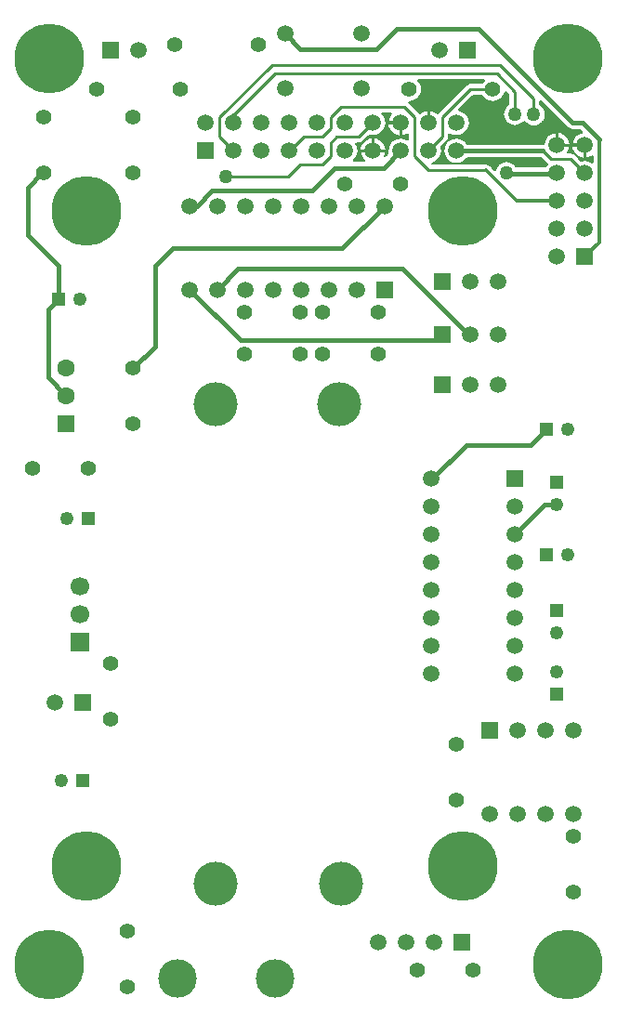
<source format=gtl>
%FSDAX24Y24*%
%MOIN*%
%SFA1B1*%

%IPPOS*%
%ADD10C,0.012000*%
%ADD11C,0.010000*%
%ADD12C,0.015000*%
%ADD13C,0.059100*%
%ADD14R,0.059100X0.059100*%
%ADD15C,0.055100*%
%ADD16C,0.049200*%
%ADD17R,0.049200X0.049200*%
%ADD18R,0.059100X0.059100*%
%ADD19C,0.059100*%
%ADD20R,0.049200X0.049200*%
%ADD21C,0.066900*%
%ADD22R,0.066900X0.066900*%
%ADD23R,0.059100X0.059100*%
%ADD24C,0.250000*%
%ADD25R,0.059100X0.059100*%
%ADD26C,0.137800*%
%ADD27C,0.157500*%
%ADD28R,0.063000X0.063000*%
%ADD29C,0.063000*%
%ADD30C,0.050000*%
%ADD36C,0.005000*%
%LNboardr2-1*%
%LPD*%
G54D36*
X066861Y085422D02*
Y085070D01*
X066787Y085012*
X066719Y084924*
X066675Y084820*
X066661Y084710*
X066675Y084599*
X066719Y084495*
X066787Y084407*
X066875Y084339*
X066979Y084295*
X067090Y084281*
X067200Y084295*
X067304Y084339*
X067392Y084407*
X067413Y084433*
X067438*
X067467Y084397*
X067555Y084329*
X067659Y084285*
X067770Y084271*
X067880Y084285*
X067984Y084329*
X068072Y084397*
X068140Y084485*
X068184Y084589*
X068198Y084700*
X068184Y084810*
X068140Y084914*
X068072Y085002*
X067999Y085060*
Y085179*
X068014Y085185*
X068972Y084228*
X069052Y084174*
X069147Y084156*
X069420*
X069498Y084078*
X069492Y084060*
X069477Y084058*
X069362Y084010*
X069264Y083935*
X069189Y083837*
X069141Y083722*
X069128Y083625*
X069575*
Y083575*
X069625*
Y083128*
X069722Y083141*
X069837Y083189*
X069864Y083209*
X069881Y083201*
Y082998*
X069864Y082990*
X069837Y083010*
X069722Y083058*
X069600Y083074*
X069477Y083058*
X069468Y083054*
X069254Y083268*
X069182Y083316*
X069097Y083334*
X069009*
X069001Y083350*
X069010Y083362*
X069058Y083477*
X069071Y083575*
X068625*
Y083625*
X068575*
Y084071*
X068477Y084058*
X068362Y084010*
X068264Y083935*
X068189Y083837*
X068141Y083722*
X068134Y083669*
X068111Y083652*
X068102Y083654*
X065397*
X065335Y083735*
X065237Y083810*
X065122Y083858*
X065000Y083874*
X064877Y083858*
X064762Y083810*
X064664Y083735*
X064589Y083637*
X064541Y083522*
X064525Y083400*
X064541Y083277*
X064589Y083162*
X064664Y083064*
X064762Y082989*
X064877Y082941*
X065000Y082925*
X065122Y082941*
X065237Y082989*
X065335Y083064*
X065397Y083146*
X068030*
X068234Y082942*
X068239Y082938*
X068244Y082909*
X068188Y082836*
X068190Y082844*
X067138*
X067092Y082902*
X067004Y082970*
X066900Y083014*
X066790Y083028*
X066679Y083014*
X066575Y082970*
X066487Y082902*
X066419Y082814*
X066381Y082724*
X066360Y082717*
X066210Y082866*
X066135Y082917*
X066044Y082935*
X065989Y082925*
X064122*
X064108Y082944*
X064107Y082939*
X064122Y082941*
X064237Y082989*
X064335Y083064*
X064410Y083162*
X064458Y083277*
X064474Y083400*
X064458Y083522*
X064454Y083531*
X064668Y083745*
X064716Y083817*
X064734Y083902*
Y083990*
X064750Y083998*
X064762Y083989*
X064877Y083941*
X065000Y083925*
X065122Y083941*
X065237Y083989*
X065335Y084064*
X065410Y084162*
X065458Y084277*
X065474Y084400*
X065458Y084522*
X065410Y084637*
X065335Y084735*
X065237Y084810*
X065122Y084858*
X065107Y084860*
X065101Y084878*
X065594Y085371*
X065906*
X065905Y085372*
X065978Y085278*
X066072Y085206*
X066182Y085160*
X066300Y085145*
X066417Y085160*
X066527Y085206*
X066621Y085278*
X066693Y085372*
X066739Y085482*
X066743Y085516*
X066761Y085522*
X066861Y085422*
X066350Y082740D02*
X066380D01*
X066300Y082790D02*
X066410D01*
X066250Y082840D02*
X066440D01*
X067150D02*
X068180D01*
X066200Y082890D02*
X066480D01*
X067110D02*
X068220D01*
X064130Y082940D02*
X064870D01*
X065130D02*
X066540D01*
X067050D02*
X068220D01*
X064250Y082990D02*
X064750D01*
X065250D02*
X066620D01*
X066960D02*
X068180D01*
X064330Y083040D02*
X064680D01*
X065330D02*
X068130D01*
X069780D02*
X069880D01*
X064380Y083090D02*
X064630D01*
X065370D02*
X068080D01*
X069440D02*
X069880D01*
X064410Y083140D02*
X064600D01*
X065410D02*
X068030D01*
X069390D02*
X069610D01*
X069730D02*
X069880D01*
X064440Y083190D02*
X064570D01*
X069340D02*
X069610D01*
X069850D02*
X069880D01*
X064460Y083240D02*
X064550D01*
X069290D02*
X069610D01*
X064480Y083290D02*
X064530D01*
X069240D02*
X069610D01*
X064480Y083340D02*
X064530D01*
X069020D02*
X069610D01*
X064480Y083390D02*
X064530D01*
X069040D02*
X069610D01*
X064480Y083440D02*
X064530D01*
X069060D02*
X069610D01*
X064480Y083490D02*
X064530D01*
X069080D02*
X069610D01*
X064470Y083540D02*
X064540D01*
X069080D02*
X069610D01*
X064520Y083590D02*
X064560D01*
X068630D02*
X069560D01*
X064570Y083640D02*
X064580D01*
X068580D02*
X069130D01*
X064620Y083690D02*
D01*
X065390D02*
X068130D01*
X068580D02*
X069130D01*
X065350Y083740D02*
X068140D01*
X068580D02*
X069140D01*
X064710Y083790D02*
X064730D01*
X065280D02*
X068160D01*
X068580D02*
X069160D01*
X064740Y083840D02*
X064830D01*
X065180D02*
X068180D01*
X068580D02*
X069180D01*
X064740Y083890D02*
X068220D01*
X068580D02*
X069220D01*
X064740Y083940D02*
X064870D01*
X065130D02*
X068250D01*
X068580D02*
X069250D01*
X064740Y083990D02*
X064750D01*
X065250D02*
X068330D01*
X068580D02*
X069330D01*
X065330Y084040D02*
X068430D01*
X068580D02*
X069430D01*
X065380Y084090D02*
X069480D01*
X065410Y084140D02*
X069430D01*
X065440Y084190D02*
X069020D01*
X065460Y084240D02*
X068950D01*
X065480Y084290D02*
X067030D01*
X067160D02*
X067650D01*
X067890D02*
X068900D01*
X065480Y084340D02*
X066870D01*
X067310D02*
X067540D01*
X068010D02*
X068850D01*
X065480Y084390D02*
X066810D01*
X067380D02*
X067480D01*
X068070D02*
X068800D01*
X065480Y084440D02*
X066760D01*
X068120D02*
X068750D01*
X065480Y084490D02*
X066720D01*
X068150D02*
X068700D01*
X065470Y084540D02*
X066700D01*
X068170D02*
X068650D01*
X065450Y084590D02*
X066680D01*
X068190D02*
X068600D01*
X065420Y084640D02*
X066670D01*
X068200D02*
X068550D01*
X065390Y084690D02*
X066660D01*
X068210D02*
X068500D01*
X065350Y084740D02*
X066660D01*
X068210D02*
X068450D01*
X065280Y084790D02*
X066670D01*
X068200D02*
X068400D01*
X065180Y084840D02*
X066680D01*
X068180D02*
X068350D01*
X065120Y084890D02*
X066700D01*
X068160D02*
X068300D01*
X065170Y084940D02*
X066730D01*
X068130D02*
X068250D01*
X065220Y084990D02*
X066770D01*
X068090D02*
X068200D01*
X065270Y085040D02*
X066820D01*
X068040D02*
X068150D01*
X065320Y085090D02*
X066850D01*
X068010D02*
X068100D01*
X065370Y085140D02*
X066850D01*
X068010D02*
X068050D01*
X065420Y085190D02*
X066110D01*
X066500D02*
X066850D01*
X065470Y085240D02*
X066030D01*
X066580D02*
X066850D01*
X065520Y085290D02*
X065970D01*
X066640D02*
X066850D01*
X065570Y085340D02*
X065930D01*
X066680D02*
X066850D01*
X066710Y085390D02*
X066850D01*
X066740Y085440D02*
X066830D01*
X066750Y085490D02*
X066780D01*
X062653Y084731D02*
X062665Y084737D01*
X062589Y084637*
X062541Y084522*
X062528Y084425*
X062975*
Y084375*
X063025*
Y083928*
X063122Y083941*
X063237Y083989*
X063249Y083998*
X063266Y083990*
Y083809*
X063249Y083801*
X063237Y083810*
X063122Y083858*
X063000Y083874*
X062877Y083858*
X062762Y083810*
X062664Y083735*
X062589Y083637*
X062541Y083522*
X062525Y083400*
X062538Y083298*
X062432Y083192*
X062424Y083197*
X062458Y083277*
X062471Y083375*
X061528*
X061541Y083277*
X061589Y083162*
X061664Y083064*
X061692Y083042*
X061687Y083029*
X061312*
X061307Y083042*
X061335Y083064*
X061410Y083162*
X061458Y083277*
X061474Y083400*
X061458Y083522*
X061410Y083637*
X061401Y083649*
X061409Y083666*
X061488*
X061573Y083683*
X061645Y083731*
X061862Y083947*
X061877Y083941*
X062000Y083925*
X062122Y083941*
X062237Y083989*
X062335Y084064*
X062410Y084162*
X062458Y084277*
X062474Y084400*
X062458Y084522*
X062410Y084637*
X062334Y084737*
X062346Y084731*
X062349Y084741*
X062650*
X062653Y084731*
X061340Y083050D02*
X061670D01*
X061380Y083100D02*
X061630D01*
X061420Y083150D02*
X061590D01*
X061440Y083200D02*
X061570D01*
X062430D02*
D01*
X061460Y083250D02*
X061550D01*
X062460D02*
X062480D01*
X061480Y083300D02*
X061530D01*
X062480D02*
X062530D01*
X061480Y083350D02*
X061530D01*
X062480D02*
X062530D01*
X061480Y083400D02*
X062520D01*
X061480Y083450D02*
X062530D01*
X061480Y083500D02*
X062530D01*
X061460Y083550D02*
X062550D01*
X061440Y083600D02*
X062570D01*
X061410Y083650D02*
X062590D01*
X061620Y083700D02*
X062630D01*
X061680Y083750D02*
X062670D01*
X061730Y083800D02*
X062740D01*
X061780Y083850D02*
X062850D01*
X063160D02*
X063270D01*
X061830Y083900D02*
X063270D01*
X062160Y083950D02*
X063010D01*
X063160D02*
X063270D01*
X062270Y084000D02*
X063010D01*
X062340Y084050D02*
X063010D01*
X062380Y084100D02*
X063010D01*
X062420Y084150D02*
X063010D01*
X062440Y084200D02*
X063010D01*
X062460Y084250D02*
X063010D01*
X062480Y084300D02*
X063010D01*
X062480Y084350D02*
X063010D01*
X062480Y084400D02*
X062960D01*
X062480Y084450D02*
X062530D01*
X062480Y084500D02*
X062530D01*
X062460Y084550D02*
X062550D01*
X062440Y084600D02*
X062570D01*
X062420Y084650D02*
X062590D01*
X062380Y084700D02*
X062630D01*
X065973Y085918D02*
X065978Y085922D01*
X065905Y085827*
X065906Y085829*
X065497*
X065412Y085811*
X065339Y085763*
X064342Y084765*
X064338Y084760*
X064309Y084755*
X064237Y084810*
X064122Y084858*
X064025Y084871*
Y084425*
X063975*
Y084871*
X063877Y084858*
X063762Y084810*
X063690Y084755*
X063661Y084760*
X063657Y084765*
X063291Y085133*
X063285Y085137*
X063288Y085147*
X063300Y085145*
X063417Y085160*
X063527Y085206*
X063621Y085278*
X063693Y085372*
X063739Y085482*
X063754Y085600*
X063739Y085717*
X063693Y085827*
X063621Y085922*
X063626Y085918*
X063630Y085931*
X065969*
X065973Y085918*
X063980Y084440D02*
X064010D01*
X063980Y084490D02*
X064010D01*
X063980Y084540D02*
X064010D01*
X063980Y084590D02*
X064010D01*
X063980Y084640D02*
X064010D01*
X063980Y084690D02*
X064010D01*
X063980Y084740D02*
X064010D01*
X063650Y084790D02*
X063730D01*
X063980D02*
X064010D01*
X064280D02*
X064360D01*
X063600Y084840D02*
X063830D01*
X063980D02*
X064010D01*
X064180D02*
X064410D01*
X063550Y084890D02*
X064460D01*
X063500Y084940D02*
X064510D01*
X063450Y084990D02*
X064560D01*
X063400Y085040D02*
X064610D01*
X063350Y085090D02*
X064660D01*
X063300Y085140D02*
X064710D01*
X063500Y085190D02*
X064760D01*
X063580Y085240D02*
X064810D01*
X063640Y085290D02*
X064860D01*
X063680Y085340D02*
X064910D01*
X063710Y085390D02*
X064960D01*
X063740Y085440D02*
X065010D01*
X063760Y085490D02*
X065060D01*
X063760Y085540D02*
X065110D01*
X063760Y085590D02*
X065160D01*
X063760Y085640D02*
X065210D01*
X063760Y085690D02*
X065260D01*
X063750Y085740D02*
X065310D01*
X063720Y085790D02*
X065380D01*
X063700Y085840D02*
X065910D01*
X063660Y085890D02*
X065950D01*
%LNboardr2-2*%
%LPC*%
G36*
X050650Y064043D02*
Y063650D01*
X051043*
X051034Y063716*
X050989Y063825*
X050918Y063918*
X050825Y063989*
X050716Y064034*
X050650Y064043*
G37*
G36*
X068600Y065093D02*
X068497Y065080D01*
X068400Y065040*
X068318Y064976*
X068254Y064893*
X068214Y064797*
X068201Y064694*
X068214Y064590*
X068254Y064494*
X068318Y064411*
X068398Y064350*
X068382Y064304*
X068381Y064302*
X068204*
Y063956*
X068996*
Y064302*
X068819*
X068818Y064304*
X068802Y064350*
X068882Y064411*
X068946Y064494*
X068986Y064590*
X069000Y064694*
X068986Y064797*
X068946Y064893*
X068882Y064976*
X068800Y065040*
X068703Y065080*
X068600Y065093*
G37*
G36*
X050550Y064043D02*
X050484Y064034D01*
X050375Y063989*
X050282Y063918*
X050211Y063825*
X050166Y063716*
X050157Y063650*
X050550*
Y064043*
G37*
G36*
X068550Y063856D02*
X068204D01*
Y063510*
X068550*
Y063856*
G37*
G36*
X068996D02*
X068650D01*
Y063510*
X068996*
Y063856*
G37*
G36*
X053023Y064950D02*
X052650D01*
Y064577*
X052711Y064585*
X052815Y064628*
X052904Y064696*
X052972Y064785*
X053015Y064889*
X053023Y064950*
G37*
G36*
X052550Y065423D02*
X052489Y065415D01*
X052385Y065372*
X052296Y065304*
X052228Y065215*
X052185Y065111*
X052177Y065050*
X052550*
Y065423*
G37*
G36*
Y064950D02*
X052177D01*
X052185Y064889*
X052228Y064785*
X052296Y064696*
X052385Y064628*
X052489Y064585*
X052550Y064577*
Y064950*
G37*
G36*
X064097Y065081D02*
X063981Y065065D01*
X063872Y065020*
X063779Y064949*
X063708Y064856*
X063663Y064748*
X063648Y064632*
X063663Y064515*
X063708Y064407*
X063779Y064314*
X063872Y064243*
X063981Y064198*
X064097Y064182*
X064213Y064198*
X064321Y064243*
X064414Y064314*
X064486Y064407*
X064531Y064515*
X064546Y064632*
X064531Y064748*
X064486Y064856*
X064414Y064949*
X064321Y065020*
X064213Y065065*
X064097Y065081*
G37*
G36*
X067097D02*
X066981Y065065D01*
X066872Y065020*
X066779Y064949*
X066708Y064856*
X066663Y064748*
X066648Y064632*
X066663Y064515*
X066708Y064407*
X066779Y064314*
X066872Y064243*
X066981Y064198*
X067097Y064182*
X067213Y064198*
X067321Y064243*
X067414Y064314*
X067486Y064407*
X067531Y064515*
X067546Y064632*
X067531Y064748*
X067486Y064856*
X067414Y064949*
X067321Y065020*
X067213Y065065*
X067097Y065081*
G37*
G36*
X067150Y063043D02*
X067084Y063034D01*
X066975Y062989*
X066882Y062918*
X066811Y062825*
X066766Y062716*
X066757Y062650*
X067150*
Y063043*
G37*
G36*
X069150D02*
X069084Y063034D01*
X068975Y062989*
X068882Y062918*
X068811Y062825*
X068766Y062716*
X068757Y062650*
X069150*
Y063043*
G37*
G36*
X068250D02*
Y062650D01*
X068643*
X068634Y062716*
X068589Y062825*
X068518Y062918*
X068425Y062989*
X068316Y063034*
X068250Y063043*
G37*
G36*
X067250D02*
Y062650D01*
X067643*
X067634Y062716*
X067589Y062825*
X067518Y062918*
X067425Y062989*
X067316Y063034*
X067250Y063043*
G37*
G36*
X068150D02*
X068084Y063034D01*
X067975Y062989*
X067882Y062918*
X067811Y062825*
X067766Y062716*
X067757Y062650*
X068150*
Y063043*
G37*
G36*
X069250D02*
Y062650D01*
X069643*
X069634Y062716*
X069589Y062825*
X069518Y062918*
X069425Y062989*
X069316Y063034*
X069250Y063043*
G37*
G36*
X050550Y063550D02*
X050157D01*
X050166Y063484*
X050211Y063375*
X050282Y063282*
X050375Y063211*
X050484Y063166*
X050550Y063157*
Y063550*
G37*
G36*
X051043D02*
X050650D01*
Y063157*
X050716Y063166*
X050825Y063211*
X050918Y063282*
X050989Y063375*
X051034Y063484*
X051043Y063550*
G37*
G36*
X069643Y062550D02*
X069250D01*
Y062157*
X069316Y062166*
X069425Y062211*
X069518Y062282*
X069589Y062375*
X069634Y062484*
X069643Y062550*
G37*
G36*
X052045Y064045D02*
X051155D01*
Y063155*
X052045*
Y064045*
G37*
G36*
X052600Y063429D02*
X052489Y063415D01*
X052385Y063372*
X052296Y063304*
X052228Y063215*
X052185Y063111*
X052171Y063000*
X052185Y062889*
X052228Y062785*
X052296Y062696*
X052385Y062628*
X052489Y062585*
X052600Y062571*
X052711Y062585*
X052815Y062628*
X052904Y062696*
X052972Y062785*
X053015Y062889*
X053029Y063000*
X053015Y063111*
X052972Y063215*
X052904Y063304*
X052815Y063372*
X052711Y063415*
X052600Y063429*
G37*
G36*
X069044Y069293D02*
Y068950D01*
X069387*
X069380Y069003*
X069340Y069100*
X069276Y069182*
X069193Y069246*
X069097Y069286*
X069044Y069293*
G37*
G36*
X064097Y070081D02*
X063981Y070065D01*
X063872Y070020*
X063779Y069949*
X063708Y069856*
X063663Y069748*
X063648Y069632*
X063663Y069515*
X063708Y069407*
X063779Y069314*
X063872Y069243*
X063981Y069198*
X064097Y069182*
X064213Y069198*
X064321Y069243*
X064414Y069314*
X064486Y069407*
X064531Y069515*
X064546Y069632*
X064531Y069748*
X064486Y069856*
X064414Y069949*
X064321Y070020*
X064213Y070065*
X064097Y070081*
G37*
G36*
X069387Y068850D02*
X069044D01*
Y068507*
X069097Y068514*
X069193Y068554*
X069276Y068618*
X069340Y068700*
X069380Y068797*
X069387Y068850*
G37*
G36*
X067097Y069081D02*
X066981Y069065D01*
X066872Y069020*
X066779Y068949*
X066708Y068856*
X066663Y068748*
X066648Y068632*
X066663Y068515*
X066708Y068407*
X066779Y068314*
X066872Y068243*
X066981Y068198*
X067097Y068182*
X067213Y068198*
X067321Y068243*
X067414Y068314*
X067486Y068407*
X067531Y068515*
X067546Y068632*
X067531Y068748*
X067486Y068856*
X067414Y068949*
X067321Y069020*
X067213Y069065*
X067097Y069081*
G37*
G36*
X068602Y069296D02*
X067810D01*
Y068504*
X068602*
Y068681*
X068604Y068682*
X068650Y068698*
X068711Y068618*
X068794Y068554*
X068890Y068514*
X068944Y068507*
Y068900*
Y069293*
X068890Y069286*
X068794Y069246*
X068711Y069182*
X068650Y069102*
X068604Y069118*
X068602Y069119*
Y069296*
G37*
G36*
X050956Y070593D02*
X050903Y070586D01*
X050807Y070546*
X050724Y070482*
X050660Y070400*
X050620Y070303*
X050613Y070250*
X050956*
Y070593*
G37*
G36*
X068996Y071890D02*
X068204D01*
Y071098*
X068381*
X068382Y071096*
X068398Y071050*
X068318Y070989*
X068277Y070936*
X068172*
X068084Y070918*
X068009Y070869*
X067533Y070392*
X067491Y070419*
X067531Y070515*
X067546Y070631*
X067531Y070748*
X067486Y070856*
X067414Y070949*
X067321Y071020*
X067213Y071065*
X067097Y071081*
X066981Y071065*
X066872Y071020*
X066779Y070949*
X066708Y070856*
X066663Y070748*
X066648Y070631*
X066663Y070515*
X066708Y070407*
X066779Y070314*
X066872Y070243*
X066981Y070198*
X067097Y070182*
X067213Y070198*
X067309Y070237*
X067337Y070196*
X067207Y070066*
X067097Y070081*
X066981Y070065*
X066872Y070020*
X066779Y069949*
X066708Y069856*
X066663Y069748*
X066648Y069632*
X066663Y069515*
X066708Y069407*
X066779Y069314*
X066872Y069243*
X066981Y069198*
X067097Y069182*
X067213Y069198*
X067321Y069243*
X067414Y069314*
X067486Y069407*
X067531Y069515*
X067546Y069632*
X067531Y069742*
X068246Y070456*
X068295Y070453*
X068318Y070424*
X068400Y070360*
X068497Y070320*
X068600Y070307*
X068703Y070320*
X068800Y070360*
X068882Y070424*
X068946Y070507*
X068986Y070603*
X069000Y070706*
X068986Y070810*
X068946Y070906*
X068882Y070989*
X068800Y071052*
X068714Y071088*
X068703Y071092*
X068704Y071098*
X068996*
Y071890*
G37*
G36*
X064539Y070581D02*
X064147D01*
Y070189*
X064213Y070198*
X064321Y070243*
X064414Y070314*
X064486Y070407*
X064531Y070515*
X064539Y070581*
G37*
G36*
X050956Y070150D02*
X050613D01*
X050620Y070097*
X050660Y070000*
X050724Y069918*
X050807Y069854*
X050903Y069814*
X050956Y069807*
Y070150*
G37*
G36*
X064047Y070581D02*
X063654D01*
X063663Y070515*
X063708Y070407*
X063779Y070314*
X063872Y070243*
X063981Y070198*
X064047Y070189*
Y070581*
G37*
G36*
X064097Y069081D02*
X063981Y069065D01*
X063872Y069020*
X063779Y068949*
X063708Y068856*
X063663Y068748*
X063648Y068632*
X063663Y068515*
X063708Y068407*
X063779Y068314*
X063872Y068243*
X063981Y068198*
X064097Y068182*
X064213Y068198*
X064321Y068243*
X064414Y068314*
X064486Y068407*
X064531Y068515*
X064546Y068632*
X064531Y068748*
X064486Y068856*
X064414Y068949*
X064321Y069020*
X064213Y069065*
X064097Y069081*
G37*
G36*
X051982Y066725D02*
X051018D01*
X051028Y066648*
X051077Y066530*
X051154Y066429*
X051256Y066351*
X051359Y066308*
X051350Y066259*
X051015*
Y065290*
X051985*
Y066259*
X051650*
X051641Y066308*
X051744Y066351*
X051846Y066429*
X051923Y066530*
X051972Y066648*
X051982Y066725*
G37*
G36*
X068996Y067290D02*
X068204D01*
Y066498*
X068381*
X068382Y066496*
X068398Y066450*
X068318Y066389*
X068254Y066306*
X068214Y066210*
X068201Y066106*
X068214Y066003*
X068254Y065907*
X068318Y065824*
X068400Y065760*
X068497Y065720*
X068600Y065707*
X068703Y065720*
X068800Y065760*
X068882Y065824*
X068946Y065907*
X068986Y066003*
X069000Y066106*
X068986Y066210*
X068946Y066306*
X068882Y066389*
X068800Y066452*
X068714Y066488*
X068703Y066492*
X068704Y066498*
X068996*
Y067290*
G37*
G36*
X067097Y066081D02*
X066981Y066065D01*
X066872Y066020*
X066779Y065949*
X066708Y065856*
X066663Y065748*
X066648Y065631*
X066663Y065515*
X066708Y065407*
X066779Y065314*
X066872Y065243*
X066981Y065198*
X067097Y065182*
X067213Y065198*
X067321Y065243*
X067414Y065314*
X067486Y065407*
X067531Y065515*
X067546Y065631*
X067531Y065748*
X067486Y065856*
X067414Y065949*
X067321Y066020*
X067213Y066065*
X067097Y066081*
G37*
G36*
X052650Y065423D02*
Y065050D01*
X053023*
X053015Y065111*
X052972Y065215*
X052904Y065304*
X052815Y065372*
X052711Y065415*
X052650Y065423*
G37*
G36*
X064097Y066081D02*
X063981Y066065D01*
X063872Y066020*
X063779Y065949*
X063708Y065856*
X063663Y065748*
X063648Y065631*
X063663Y065515*
X063708Y065407*
X063779Y065314*
X063872Y065243*
X063981Y065198*
X064097Y065182*
X064213Y065198*
X064321Y065243*
X064414Y065314*
X064486Y065407*
X064531Y065515*
X064546Y065631*
X064531Y065748*
X064486Y065856*
X064414Y065949*
X064321Y066020*
X064213Y066065*
X064097Y066081*
G37*
G36*
Y068081D02*
X063981Y068065D01*
X063872Y068020*
X063779Y067949*
X063708Y067856*
X063663Y067748*
X063648Y067632*
X063663Y067515*
X063708Y067407*
X063779Y067314*
X063872Y067243*
X063981Y067198*
X064097Y067182*
X064213Y067198*
X064321Y067243*
X064414Y067314*
X064486Y067407*
X064531Y067515*
X064546Y067632*
X064531Y067748*
X064486Y067856*
X064414Y067949*
X064321Y068020*
X064213Y068065*
X064097Y068081*
G37*
G36*
X067097D02*
X066981Y068065D01*
X066872Y068020*
X066779Y067949*
X066708Y067856*
X066663Y067748*
X066648Y067632*
X066663Y067515*
X066708Y067407*
X066779Y067314*
X066872Y067243*
X066981Y067198*
X067097Y067182*
X067213Y067198*
X067321Y067243*
X067414Y067314*
X067486Y067407*
X067531Y067515*
X067546Y067632*
X067531Y067748*
X067486Y067856*
X067414Y067949*
X067321Y068020*
X067213Y068065*
X067097Y068081*
G37*
G36*
X051500Y068264D02*
X051373Y068247D01*
X051256Y068198*
X051154Y068120*
X051077Y068019*
X051028Y067901*
X051011Y067775*
X051028Y067648*
X051077Y067530*
X051154Y067429*
X051256Y067351*
X051373Y067303*
X051395Y067300*
Y067250*
X051373Y067247*
X051256Y067198*
X051154Y067120*
X051077Y067019*
X051028Y066901*
X051018Y066825*
X051982*
X051972Y066901*
X051923Y067019*
X051846Y067120*
X051744Y067198*
X051627Y067247*
X051605Y067250*
Y067300*
X051627Y067303*
X051744Y067351*
X051846Y067429*
X051923Y067530*
X051972Y067648*
X051989Y067775*
X051972Y067901*
X051923Y068019*
X051846Y068120*
X051744Y068198*
X051627Y068247*
X051500Y068264*
G37*
G36*
X064097Y067081D02*
X063981Y067065D01*
X063872Y067020*
X063779Y066949*
X063708Y066856*
X063663Y066748*
X063648Y066631*
X063663Y066515*
X063708Y066407*
X063779Y066314*
X063872Y066243*
X063981Y066198*
X064097Y066182*
X064213Y066198*
X064321Y066243*
X064414Y066314*
X064486Y066407*
X064531Y066515*
X064546Y066631*
X064531Y066748*
X064486Y066856*
X064414Y066949*
X064321Y067020*
X064213Y067065*
X064097Y067081*
G37*
G36*
X067097D02*
X066981Y067065D01*
X066872Y067020*
X066779Y066949*
X066708Y066856*
X066663Y066748*
X066648Y066631*
X066663Y066515*
X066708Y066407*
X066779Y066314*
X066872Y066243*
X066981Y066198*
X067097Y066182*
X067213Y066198*
X067321Y066243*
X067414Y066314*
X067486Y066407*
X067531Y066515*
X067546Y066631*
X067531Y066748*
X067486Y066856*
X067414Y066949*
X067321Y067020*
X067213Y067065*
X067097Y067081*
G37*
G36*
X064250Y055443D02*
Y055050D01*
X064643*
X064634Y055116*
X064589Y055225*
X064518Y055318*
X064425Y055389*
X064316Y055434*
X064250Y055443*
G37*
G36*
X056350Y058042D02*
X056166Y058024D01*
X055990Y057970*
X055827Y057883*
X055684Y057766*
X055567Y057623*
X055480Y057460*
X055426Y057284*
X055408Y057100*
X055426Y056916*
X055480Y056740*
X055567Y056577*
X055684Y056434*
X055827Y056317*
X055990Y056230*
X056166Y056176*
X056350Y056158*
X056534Y056176*
X056710Y056230*
X056873Y056317*
X057016Y056434*
X057133Y056577*
X057220Y056740*
X057274Y056916*
X057292Y057100*
X057274Y057284*
X057220Y057460*
X057133Y057623*
X057016Y057766*
X056873Y057883*
X056710Y057970*
X056534Y058024*
X056350Y058042*
G37*
G36*
X064150Y055443D02*
X064084Y055434D01*
X063975Y055389*
X063882Y055318*
X063811Y055225*
X063766Y055116*
X063757Y055050*
X064150*
Y055443*
G37*
G36*
X064643Y054950D02*
X064250D01*
Y054557*
X064316Y054566*
X064425Y054611*
X064518Y054682*
X064589Y054775*
X064634Y054884*
X064643Y054950*
G37*
G36*
X053200Y055829D02*
X053089Y055815D01*
X052985Y055772*
X052896Y055704*
X052828Y055615*
X052785Y055511*
X052771Y055400*
X052785Y055289*
X052828Y055185*
X052896Y055096*
X052985Y055028*
X053089Y054985*
X053200Y054971*
X053311Y054985*
X053415Y055028*
X053504Y055096*
X053572Y055185*
X053615Y055289*
X053629Y055400*
X053615Y055511*
X053572Y055615*
X053504Y055704*
X053415Y055772*
X053311Y055815*
X053200Y055829*
G37*
G36*
X069200Y057229D02*
X069089Y057215D01*
X068985Y057172*
X068896Y057104*
X068828Y057015*
X068785Y056911*
X068771Y056800*
X068785Y056689*
X068828Y056585*
X068896Y056496*
X068985Y056428*
X069089Y056385*
X069200Y056371*
X069311Y056385*
X069415Y056428*
X069504Y056496*
X069572Y056585*
X069615Y056689*
X069629Y056800*
X069615Y056911*
X069572Y057015*
X069504Y057104*
X069415Y057172*
X069311Y057215*
X069200Y057229*
G37*
G36*
X069150Y058750D02*
X068777D01*
X068785Y058689*
X068828Y058585*
X068896Y058496*
X068985Y058428*
X069089Y058385*
X069150Y058377*
Y058750*
G37*
G36*
X065234Y059140D02*
X065014Y059123D01*
X064800Y059071*
X064596Y058987*
X064408Y058872*
X064241Y058729*
X064098Y058561*
X063983Y058373*
X063898Y058170*
X063847Y057956*
X063830Y057736*
X063847Y057516*
X063898Y057302*
X063983Y057098*
X064098Y056910*
X064241Y056743*
X064408Y056600*
X064596Y056485*
X064800Y056400*
X065014Y056349*
X065234Y056331*
X065454Y056349*
X065668Y056400*
X065871Y056485*
X066059Y056600*
X066227Y056743*
X066370Y056910*
X066485Y057098*
X066569Y057302*
X066621Y057516*
X066638Y057736*
X066621Y057956*
X066569Y058170*
X066485Y058373*
X066370Y058561*
X066227Y058729*
X066059Y058872*
X065871Y058987*
X065668Y059071*
X065454Y059123*
X065234Y059140*
G37*
G36*
X060850Y058042D02*
X060666Y058024D01*
X060490Y057970*
X060327Y057883*
X060184Y057766*
X060067Y057623*
X059980Y057460*
X059926Y057284*
X059908Y057100*
X059926Y056916*
X059980Y056740*
X060067Y056577*
X060184Y056434*
X060327Y056317*
X060490Y056230*
X060666Y056176*
X060850Y056158*
X061034Y056176*
X061210Y056230*
X061373Y056317*
X061516Y056434*
X061633Y056577*
X061720Y056740*
X061774Y056916*
X061792Y057100*
X061774Y057284*
X061720Y057460*
X061633Y057623*
X061516Y057766*
X061373Y057883*
X061210Y057970*
X061034Y058024*
X060850Y058042*
G37*
G36*
X051734Y059140D02*
X051514Y059123D01*
X051300Y059071*
X051096Y058987*
X050908Y058872*
X050741Y058729*
X050598Y058561*
X050483Y058373*
X050398Y058170*
X050347Y057956*
X050330Y057736*
X050347Y057516*
X050398Y057302*
X050483Y057098*
X050598Y056910*
X050741Y056743*
X050908Y056600*
X051096Y056485*
X051300Y056400*
X051514Y056349*
X051734Y056331*
X051954Y056349*
X052168Y056400*
X052371Y056485*
X052559Y056600*
X052727Y056743*
X052870Y056910*
X052985Y057098*
X053069Y057302*
X053121Y057516*
X053138Y057736*
X053121Y057956*
X053069Y058170*
X052985Y058373*
X052870Y058561*
X052727Y058729*
X052559Y058872*
X052371Y058987*
X052168Y059071*
X051954Y059123*
X051734Y059140*
G37*
G36*
X064150Y054950D02*
X063757D01*
X063766Y054884*
X063811Y054775*
X063882Y054682*
X063975Y054611*
X064084Y054566*
X064150Y054557*
Y054950*
G37*
G36*
X063550Y053950D02*
X063177D01*
X063185Y053889*
X063228Y053785*
X063296Y053696*
X063385Y053628*
X063489Y053585*
X063550Y053577*
Y053950*
G37*
G36*
X064023D02*
X063650D01*
Y053577*
X063711Y053585*
X063815Y053628*
X063904Y053696*
X063972Y053785*
X064015Y053889*
X064023Y053950*
G37*
G36*
X065600Y054429D02*
X065489Y054415D01*
X065385Y054372*
X065296Y054304*
X065228Y054215*
X065185Y054111*
X065171Y054000*
X065185Y053889*
X065228Y053785*
X065296Y053696*
X065385Y053628*
X065489Y053585*
X065600Y053571*
X065711Y053585*
X065815Y053628*
X065904Y053696*
X065972Y053785*
X066015Y053889*
X066029Y054000*
X066015Y054111*
X065972Y054215*
X065904Y054304*
X065815Y054372*
X065711Y054415*
X065600Y054429*
G37*
G36*
X053150Y053823D02*
X053089Y053815D01*
X052985Y053772*
X052896Y053704*
X052828Y053615*
X052785Y053511*
X052777Y053450*
X053150*
Y053823*
G37*
G36*
X053250D02*
Y053450D01*
X053623*
X053615Y053511*
X053572Y053615*
X053504Y053704*
X053415Y053772*
X053311Y053815*
X053250Y053823*
G37*
G36*
X063200Y055449D02*
X063084Y055434D01*
X062975Y055389*
X062882Y055318*
X062811Y055225*
X062766Y055116*
X062751Y055000*
X062766Y054884*
X062811Y054775*
X062882Y054682*
X062975Y054611*
X063084Y054566*
X063200Y054551*
X063316Y054566*
X063425Y054611*
X063518Y054682*
X063589Y054775*
X063634Y054884*
X063649Y055000*
X063634Y055116*
X063589Y055225*
X063518Y055318*
X063425Y055389*
X063316Y055434*
X063200Y055449*
G37*
G36*
X065645Y055445D02*
X064755D01*
Y054555*
X065645*
Y055445*
G37*
G36*
X062200Y055449D02*
X062084Y055434D01*
X061975Y055389*
X061882Y055318*
X061811Y055225*
X061766Y055116*
X061751Y055000*
X061766Y054884*
X061811Y054775*
X061882Y054682*
X061975Y054611*
X062084Y054566*
X062200Y054551*
X062316Y054566*
X062425Y054611*
X062518Y054682*
X062589Y054775*
X062634Y054884*
X062649Y055000*
X062634Y055116*
X062589Y055225*
X062518Y055318*
X062425Y055389*
X062316Y055434*
X062200Y055449*
G37*
G36*
X063550Y054423D02*
X063489Y054415D01*
X063385Y054372*
X063296Y054304*
X063228Y054215*
X063185Y054111*
X063177Y054050*
X063550*
Y054423*
G37*
G36*
X063650D02*
Y054050D01*
X064023*
X064015Y054111*
X063972Y054215*
X063904Y054304*
X063815Y054372*
X063711Y054415*
X063650Y054423*
G37*
G36*
X065050Y062523D02*
Y062150D01*
X065423*
X065415Y062211*
X065372Y062315*
X065304Y062404*
X065215Y062472*
X065111Y062515*
X065050Y062523*
G37*
G36*
X066645Y063045D02*
X065755D01*
Y062155*
X066645*
Y063045*
G37*
G36*
X064950Y062523D02*
X064889Y062515D01*
X064785Y062472*
X064696Y062404*
X064628Y062315*
X064585Y062211*
X064577Y062150*
X064950*
Y062523*
G37*
G36*
Y062050D02*
X064577D01*
X064585Y061989*
X064628Y061885*
X064696Y061796*
X064785Y061728*
X064889Y061685*
X064950Y061677*
Y062050*
G37*
G36*
X065423D02*
X065050D01*
Y061677*
X065111Y061685*
X065215Y061728*
X065304Y061796*
X065372Y061885*
X065415Y061989*
X065423Y062050*
G37*
G36*
X068643Y062550D02*
X068250D01*
Y062157*
X068316Y062166*
X068425Y062211*
X068518Y062282*
X068589Y062375*
X068634Y062484*
X068643Y062550*
G37*
G36*
X069150D02*
X068757D01*
X068766Y062484*
X068811Y062375*
X068882Y062282*
X068975Y062211*
X069084Y062166*
X069150Y062157*
Y062550*
G37*
G36*
X068150D02*
X067757D01*
X067766Y062484*
X067811Y062375*
X067882Y062282*
X067975Y062211*
X068084Y062166*
X068150Y062157*
Y062550*
G37*
G36*
X067150D02*
X066757D01*
X066766Y062484*
X066811Y062375*
X066882Y062282*
X066975Y062211*
X067084Y062166*
X067150Y062157*
Y062550*
G37*
G36*
X067643D02*
X067250D01*
Y062157*
X067316Y062166*
X067425Y062211*
X067518Y062282*
X067589Y062375*
X067634Y062484*
X067643Y062550*
G37*
G36*
X051990Y061196D02*
X051198D01*
Y061019*
X051196Y061018*
X051150Y061002*
X051089Y061082*
X051006Y061146*
X050910Y061186*
X050856Y061193*
Y060800*
Y060407*
X050910Y060414*
X051006Y060454*
X051089Y060518*
X051150Y060598*
X051196Y060582*
X051198Y060581*
Y060404*
X051990*
Y061196*
G37*
G36*
X067200Y060049D02*
X067084Y060034D01*
X066975Y059989*
X066882Y059918*
X066811Y059825*
X066766Y059716*
X066751Y059600*
X066766Y059484*
X066811Y059375*
X066882Y059282*
X066975Y059211*
X067084Y059166*
X067200Y059151*
X067316Y059166*
X067425Y059211*
X067518Y059282*
X067589Y059375*
X067634Y059484*
X067649Y059600*
X067634Y059716*
X067589Y059825*
X067518Y059918*
X067425Y059989*
X067316Y060034*
X067200Y060049*
G37*
G36*
X068200D02*
X068084Y060034D01*
X067975Y059989*
X067882Y059918*
X067811Y059825*
X067766Y059716*
X067751Y059600*
X067766Y059484*
X067811Y059375*
X067882Y059282*
X067975Y059211*
X068084Y059166*
X068200Y059151*
X068316Y059166*
X068425Y059211*
X068518Y059282*
X068589Y059375*
X068634Y059484*
X068649Y059600*
X068634Y059716*
X068589Y059825*
X068518Y059918*
X068425Y059989*
X068316Y060034*
X068200Y060049*
G37*
G36*
X066200D02*
X066084Y060034D01*
X065975Y059989*
X065882Y059918*
X065811Y059825*
X065766Y059716*
X065751Y059600*
X065766Y059484*
X065811Y059375*
X065882Y059282*
X065975Y059211*
X066084Y059166*
X066200Y059151*
X066316Y059166*
X066425Y059211*
X066518Y059282*
X066589Y059375*
X066634Y059484*
X066649Y059600*
X066634Y059716*
X066589Y059825*
X066518Y059918*
X066425Y059989*
X066316Y060034*
X066200Y060049*
G37*
G36*
X069623Y058750D02*
X069250D01*
Y058377*
X069311Y058385*
X069415Y058428*
X069504Y058496*
X069572Y058585*
X069615Y058689*
X069623Y058750*
G37*
G36*
X069643Y059550D02*
X068757D01*
X068766Y059484*
X068811Y059375*
X068882Y059282*
X068973Y059213*
Y059206*
X068947Y059142*
X068896Y059104*
X068828Y059015*
X068785Y058911*
X068777Y058850*
X069623*
X069615Y058911*
X069572Y059015*
X069504Y059104*
X069415Y059172*
Y059207*
X069425Y059211*
X069518Y059282*
X069589Y059375*
X069634Y059484*
X069643Y059550*
G37*
G36*
X050756Y060750D02*
X050413D01*
X050420Y060697*
X050460Y060600*
X050524Y060518*
X050607Y060454*
X050703Y060414*
X050756Y060407*
Y060750*
G37*
G36*
Y061193D02*
X050703Y061186D01*
X050607Y061146*
X050524Y061082*
X050460Y061000*
X050420Y060903*
X050413Y060850*
X050756*
Y061193*
G37*
G36*
X065000Y060529D02*
X064889Y060515D01*
X064785Y060472*
X064696Y060404*
X064628Y060315*
X064585Y060211*
X064571Y060100*
X064585Y059989*
X064628Y059885*
X064696Y059796*
X064785Y059728*
X064889Y059685*
X065000Y059671*
X065111Y059685*
X065215Y059728*
X065304Y059796*
X065372Y059885*
X065415Y059989*
X065429Y060100*
X065415Y060211*
X065372Y060315*
X065304Y060404*
X065215Y060472*
X065111Y060515*
X065000Y060529*
G37*
G36*
X069150Y060043D02*
X069084Y060034D01*
X068975Y059989*
X068882Y059918*
X068811Y059825*
X068766Y059716*
X068757Y059650*
X069150*
Y060043*
G37*
G36*
X069250D02*
Y059650D01*
X069643*
X069634Y059716*
X069589Y059825*
X069518Y059918*
X069425Y059989*
X069316Y060034*
X069250Y060043*
G37*
G36*
X058000Y083849D02*
X057884Y083834D01*
X057775Y083789*
X057682Y083718*
X057611Y083625*
X057566Y083516*
X057551Y083400*
X057566Y083284*
X057611Y083175*
X057682Y083082*
X057775Y083011*
X057884Y082966*
X058000Y082951*
X058116Y082966*
X058225Y083011*
X058318Y083082*
X058389Y083175*
X058434Y083284*
X058449Y083400*
X058434Y083516*
X058389Y083625*
X058318Y083718*
X058225Y083789*
X058116Y083834*
X058000Y083849*
G37*
G36*
X069550Y083550D02*
X069157D01*
X069166Y083484*
X069211Y083375*
X069282Y083282*
X069375Y083211*
X069484Y083166*
X069550Y083157*
Y083550*
G37*
G36*
X053400Y083029D02*
X053289Y083015D01*
X053185Y082972*
X053096Y082904*
X053028Y082815*
X052985Y082711*
X052971Y082600*
X052985Y082489*
X053028Y082385*
X053096Y082296*
X053185Y082228*
X053289Y082185*
X053400Y082171*
X053511Y082185*
X053615Y082228*
X053704Y082296*
X053772Y082385*
X053815Y082489*
X053829Y082600*
X053815Y082711*
X053772Y082815*
X053704Y082904*
X053615Y082972*
X053511Y083015*
X053400Y083029*
G37*
G36*
X060950Y082150D02*
X060577D01*
X060585Y082089*
X060628Y081985*
X060696Y081896*
X060785Y081828*
X060889Y081785*
X060950Y081777*
Y082150*
G37*
G36*
X050200Y083029D02*
X050089Y083015D01*
X049985Y082972*
X049896Y082904*
X049828Y082815*
X049785Y082711*
X049771Y082600*
X049775Y082569*
X049458Y082252*
X049408Y082178*
X049391Y082090*
Y080370*
X049408Y080282*
X049458Y080208*
X050477Y079189*
Y078471*
X050310*
Y078003*
X050178Y077871*
X050128Y077796*
X050111Y077709*
Y075260*
X050128Y075172*
X050178Y075098*
X050549Y074726*
X050547Y074721*
X050531Y074600*
X050547Y074479*
X050594Y074366*
X050668Y074268*
X050766Y074194*
X050879Y074147*
X051000Y074131*
X051121Y074147*
X051234Y074194*
X051332Y074268*
X051406Y074366*
X051453Y074479*
X051469Y074600*
X051453Y074721*
X051406Y074834*
X051332Y074932*
X051234Y075006*
X051121Y075053*
X051000Y075069*
X050879Y075053*
X050874Y075051*
X050796Y075128*
X050824Y075170*
X050879Y075147*
X051000Y075131*
X051121Y075147*
X051234Y075194*
X051332Y075268*
X051406Y075366*
X051453Y075479*
X051469Y075600*
X051453Y075721*
X051406Y075834*
X051332Y075932*
X051234Y076006*
X051121Y076053*
X051000Y076069*
X050879Y076053*
X050766Y076006*
X050668Y075932*
X050617Y075864*
X050569Y075880*
Y077613*
X050635Y077679*
X051102*
Y077856*
X051104Y077857*
X051150Y077872*
X051211Y077792*
X051294Y077729*
X051390Y077689*
X051444Y077682*
Y078075*
Y078468*
X051390Y078461*
X051294Y078421*
X051211Y078357*
X051150Y078277*
X051104Y078292*
X051102Y078293*
Y078471*
X050936*
Y079284*
X050918Y079371*
X050869Y079446*
X049849Y080465*
Y081995*
X050054Y082200*
X050089Y082185*
X050200Y082171*
X050311Y082185*
X050415Y082228*
X050504Y082296*
X050572Y082385*
X050615Y082489*
X050629Y082600*
X050615Y082711*
X050572Y082815*
X050504Y082904*
X050415Y082972*
X050311Y083015*
X050200Y083029*
G37*
G36*
X058000Y084849D02*
X057884Y084834D01*
X057775Y084789*
X057682Y084718*
X057611Y084625*
X057566Y084516*
X057551Y084400*
X057566Y084284*
X057611Y084175*
X057682Y084082*
X057775Y084011*
X057884Y083966*
X058000Y083951*
X058116Y083966*
X058225Y084011*
X058318Y084082*
X058389Y084175*
X058434Y084284*
X058449Y084400*
X058434Y084516*
X058389Y084625*
X058318Y084718*
X058225Y084789*
X058116Y084834*
X058000Y084849*
G37*
G36*
X059000D02*
X058884Y084834D01*
X058775Y084789*
X058682Y084718*
X058611Y084625*
X058566Y084516*
X058551Y084400*
X058566Y084284*
X058611Y084175*
X058682Y084082*
X058775Y084011*
X058884Y083966*
X059000Y083951*
X059116Y083966*
X059225Y084011*
X059318Y084082*
X059389Y084175*
X059434Y084284*
X059449Y084400*
X059434Y084516*
X059389Y084625*
X059318Y084718*
X059225Y084789*
X059116Y084834*
X059000Y084849*
G37*
G36*
X068650Y084043D02*
Y083650D01*
X069043*
X069034Y083716*
X068989Y083825*
X068918Y083918*
X068825Y083989*
X068716Y084034*
X068650Y084043*
G37*
G36*
X061950Y083843D02*
X061884Y083834D01*
X061775Y083789*
X061682Y083718*
X061611Y083625*
X061566Y083516*
X061557Y083450*
X061950*
Y083843*
G37*
G36*
X062050D02*
Y083450D01*
X062443*
X062434Y083516*
X062389Y083625*
X062318Y083718*
X062225Y083789*
X062116Y083834*
X062050Y083843*
G37*
G36*
X063000Y082629D02*
X062889Y082615D01*
X062785Y082572*
X062696Y082504*
X062628Y082415*
X062585Y082311*
X062571Y082200*
X062585Y082089*
X062628Y081985*
X062696Y081896*
X062785Y081828*
X062889Y081785*
X063000Y081771*
X063111Y081785*
X063215Y081828*
X063304Y081896*
X063372Y081985*
X063415Y082089*
X063429Y082200*
X063415Y082311*
X063372Y082415*
X063304Y082504*
X063215Y082572*
X063111Y082615*
X063000Y082629*
G37*
G36*
X069550Y080550D02*
X069157D01*
X069166Y080484*
X069211Y080375*
X069282Y080282*
X069375Y080211*
X069484Y080166*
X069550Y080157*
Y080550*
G37*
G36*
Y081043D02*
X069484Y081034D01*
X069375Y080989*
X069282Y080918*
X069211Y080825*
X069166Y080716*
X069157Y080650*
X069550*
Y081043*
G37*
G36*
X068600Y081049D02*
X068484Y081034D01*
X068375Y080989*
X068282Y080918*
X068211Y080825*
X068166Y080716*
X068151Y080600*
X068166Y080484*
X068211Y080375*
X068282Y080282*
X068375Y080211*
X068484Y080166*
X068600Y080151*
X068716Y080166*
X068825Y080211*
X068918Y080282*
X068989Y080375*
X069034Y080484*
X069049Y080600*
X069034Y080716*
X068989Y080825*
X068918Y080918*
X068825Y080989*
X068716Y081034*
X068600Y081049*
G37*
G36*
Y080049D02*
X068484Y080034D01*
X068375Y079989*
X068282Y079918*
X068211Y079825*
X068166Y079716*
X068151Y079600*
X068166Y079484*
X068211Y079375*
X068282Y079282*
X068375Y079211*
X068484Y079166*
X068600Y079151*
X068716Y079166*
X068825Y079211*
X068918Y079282*
X068989Y079375*
X069034Y079484*
X069049Y079600*
X069034Y079716*
X068989Y079825*
X068918Y079918*
X068825Y079989*
X068716Y080034*
X068600Y080049*
G37*
G36*
X051734Y082640D02*
X051514Y082623D01*
X051300Y082571*
X051096Y082487*
X050908Y082372*
X050741Y082229*
X050598Y082061*
X050483Y081873*
X050398Y081670*
X050347Y081456*
X050330Y081236*
X050347Y081016*
X050398Y080802*
X050483Y080598*
X050598Y080410*
X050741Y080243*
X050908Y080100*
X051096Y079985*
X051300Y079900*
X051514Y079849*
X051734Y079831*
X051954Y079849*
X052168Y079900*
X052371Y079985*
X052559Y080100*
X052727Y080243*
X052870Y080410*
X052985Y080598*
X053069Y080802*
X053121Y081016*
X053138Y081236*
X053121Y081456*
X053069Y081670*
X052985Y081873*
X052870Y082061*
X052727Y082229*
X052559Y082372*
X052371Y082487*
X052168Y082571*
X051954Y082623*
X051734Y082640*
G37*
G36*
X061423Y082150D02*
X061050D01*
Y081777*
X061080Y081781*
X061089Y081769*
X061107Y081738*
X061038Y081649*
X060993Y081541*
X060985Y081474*
X061377*
Y081867*
X061335Y081861*
X061310Y081905*
X061372Y081985*
X061415Y082089*
X061423Y082150*
G37*
G36*
X061477Y081867D02*
Y081474D01*
X061870*
X061861Y081541*
X061816Y081649*
X061745Y081742*
X061652Y081813*
X061543Y081858*
X061477Y081867*
G37*
G36*
X062427Y081874D02*
X062311Y081858D01*
X062203Y081813*
X062110Y081742*
X062038Y081649*
X061993Y081541*
X061978Y081424*
X061993Y081314*
X061863Y081185*
X061821Y081212*
X061861Y081308*
X061870Y081374*
X061477*
Y080982*
X061543Y080991*
X061639Y081030*
X061667Y080989*
X060808Y080129*
X054820*
X054732Y080112*
X054658Y080062*
X054028Y079432*
X053978Y079358*
X053961Y079270*
Y076485*
X053493Y076017*
X053400Y076029*
X053289Y076015*
X053185Y075972*
X053096Y075904*
X053028Y075815*
X052985Y075711*
X052971Y075600*
X052985Y075489*
X053028Y075385*
X053096Y075296*
X053185Y075228*
X053289Y075185*
X053400Y075171*
X053511Y075185*
X053615Y075228*
X053704Y075296*
X053772Y075385*
X053815Y075489*
X053829Y075600*
X053817Y075693*
X054352Y076228*
X054402Y076302*
X054419Y076390*
Y079175*
X054915Y079671*
X060903*
X060991Y079688*
X061065Y079738*
X062317Y080990*
X062427Y080975*
X062543Y080991*
X062652Y081035*
X062745Y081107*
X062816Y081200*
X062861Y081308*
X062876Y081424*
X062861Y081541*
X062816Y081649*
X062745Y081742*
X062652Y081813*
X062543Y081858*
X062427Y081874*
G37*
G36*
X060427D02*
X060311Y081858D01*
X060203Y081813*
X060110Y081742*
X060038Y081649*
X059993Y081541*
X059978Y081424*
X059993Y081308*
X060038Y081200*
X060110Y081107*
X060203Y081035*
X060311Y080991*
X060427Y080975*
X060543Y080991*
X060652Y081035*
X060745Y081107*
X060816Y081200*
X060861Y081308*
X060876Y081424*
X060861Y081541*
X060816Y081649*
X060745Y081742*
X060652Y081813*
X060543Y081858*
X060427Y081874*
G37*
G36*
X061377Y081374D02*
X060985D01*
X060993Y081308*
X061038Y081200*
X061110Y081107*
X061203Y081035*
X061311Y080991*
X061377Y080982*
Y081374*
G37*
G36*
X054043Y086950D02*
X053650D01*
Y086557*
X053716Y086566*
X053825Y086611*
X053918Y086682*
X053989Y086775*
X054034Y086884*
X054043Y086950*
G37*
G36*
X054900Y087629D02*
X054789Y087615D01*
X054685Y087572*
X054596Y087504*
X054528Y087415*
X054485Y087311*
X054471Y087200*
X054485Y087089*
X054528Y086985*
X054596Y086896*
X054685Y086828*
X054789Y086785*
X054900Y086771*
X055011Y086785*
X055115Y086828*
X055204Y086896*
X055272Y086985*
X055315Y087089*
X055329Y087200*
X055315Y087311*
X055272Y087415*
X055204Y087504*
X055115Y087572*
X055011Y087615*
X054900Y087629*
G37*
G36*
X053550Y086950D02*
X053157D01*
X053166Y086884*
X053211Y086775*
X053282Y086682*
X053375Y086611*
X053484Y086566*
X053550Y086557*
Y086950*
G37*
G36*
X055100Y086029D02*
X054989Y086015D01*
X054885Y085972*
X054796Y085904*
X054728Y085815*
X054685Y085711*
X054671Y085600*
X054685Y085489*
X054728Y085385*
X054796Y085296*
X054885Y085228*
X054989Y085185*
X055100Y085171*
X055211Y085185*
X055315Y085228*
X055404Y085296*
X055472Y085385*
X055515Y085489*
X055529Y085600*
X055515Y085711*
X055472Y085815*
X055404Y085904*
X055315Y085972*
X055211Y086015*
X055100Y086029*
G37*
G36*
X053045Y087445D02*
X052155D01*
Y086555*
X053045*
Y087445*
G37*
G36*
X064350Y087443D02*
X064284Y087434D01*
X064175Y087389*
X064082Y087318*
X064011Y087225*
X063966Y087116*
X063957Y087050*
X064350*
Y087443*
G37*
G36*
X064450D02*
Y087050D01*
X064843*
X064834Y087116*
X064789Y087225*
X064718Y087318*
X064625Y087389*
X064516Y087434*
X064450Y087443*
G37*
G36*
X053650D02*
Y087050D01*
X054043*
X054034Y087116*
X053989Y087225*
X053918Y087318*
X053825Y087389*
X053716Y087434*
X053650Y087443*
G37*
G36*
X057900Y087629D02*
X057789Y087615D01*
X057685Y087572*
X057596Y087504*
X057528Y087415*
X057485Y087311*
X057471Y087200*
X057485Y087089*
X057528Y086985*
X057596Y086896*
X057685Y086828*
X057789Y086785*
X057900Y086771*
X058011Y086785*
X058115Y086828*
X058204Y086896*
X058272Y086985*
X058315Y087089*
X058329Y087200*
X058315Y087311*
X058272Y087415*
X058204Y087504*
X058115Y087572*
X058011Y087615*
X057900Y087629*
G37*
G36*
X053550Y087443D02*
X053484Y087434D01*
X053375Y087389*
X053282Y087318*
X053211Y087225*
X053166Y087116*
X053157Y087050*
X053550*
Y087443*
G37*
G36*
X052100Y086029D02*
X051989Y086015D01*
X051885Y085972*
X051796Y085904*
X051728Y085815*
X051685Y085711*
X051671Y085600*
X051685Y085489*
X051728Y085385*
X051796Y085296*
X051885Y085228*
X051989Y085185*
X052100Y085171*
X052211Y085185*
X052315Y085228*
X052404Y085296*
X052472Y085385*
X052515Y085489*
X052529Y085600*
X052515Y085711*
X052472Y085815*
X052404Y085904*
X052315Y085972*
X052211Y086015*
X052100Y086029*
G37*
G36*
X053350Y084550D02*
X052977D01*
X052985Y084489*
X053028Y084385*
X053096Y084296*
X053185Y084228*
X053289Y084185*
X053350Y084177*
Y084550*
G37*
G36*
X053823D02*
X053450D01*
Y084177*
X053511Y084185*
X053615Y084228*
X053704Y084296*
X053772Y084385*
X053815Y084489*
X053823Y084550*
G37*
G36*
X050623D02*
X050250D01*
Y084177*
X050311Y084185*
X050415Y084228*
X050504Y084296*
X050572Y084385*
X050615Y084489*
X050623Y084550*
G37*
G36*
X062950Y084350D02*
X062557D01*
X062566Y084284*
X062611Y084175*
X062682Y084082*
X062775Y084011*
X062884Y083966*
X062950Y083957*
Y084350*
G37*
G36*
X050150Y084550D02*
X049777D01*
X049785Y084489*
X049828Y084385*
X049896Y084296*
X049985Y084228*
X050089Y084185*
X050150Y084177*
Y084550*
G37*
G36*
X053350Y085023D02*
X053289Y085015D01*
X053185Y084972*
X053096Y084904*
X053028Y084815*
X052985Y084711*
X052977Y084650*
X053350*
Y085023*
G37*
G36*
X053450D02*
Y084650D01*
X053823*
X053815Y084711*
X053772Y084815*
X053704Y084904*
X053615Y084972*
X053511Y085015*
X053450Y085023*
G37*
G36*
X050250D02*
Y084650D01*
X050623*
X050615Y084711*
X050572Y084815*
X050504Y084904*
X050415Y084972*
X050311Y085015*
X050250Y085023*
G37*
G36*
X059950Y084843D02*
X059884Y084834D01*
X059775Y084789*
X059682Y084718*
X059611Y084625*
X059566Y084516*
X059557Y084450*
X059950*
Y084843*
G37*
G36*
X050150Y085023D02*
X050089Y085015D01*
X049985Y084972*
X049896Y084904*
X049828Y084815*
X049785Y084711*
X049777Y084650*
X050150*
Y085023*
G37*
G36*
X053823Y073550D02*
X053450D01*
Y073177*
X053511Y073185*
X053615Y073228*
X053704Y073296*
X053772Y073385*
X053815Y073489*
X053823Y073550*
G37*
G36*
X056350Y075242D02*
X056166Y075224D01*
X055990Y075170*
X055827Y075083*
X055684Y074966*
X055567Y074823*
X055480Y074660*
X055426Y074484*
X055408Y074300*
X055426Y074116*
X055480Y073940*
X055567Y073777*
X055684Y073634*
X055827Y073517*
X055990Y073430*
X056166Y073376*
X056350Y073358*
X056534Y073376*
X056710Y073430*
X056873Y073517*
X057016Y073634*
X057133Y073777*
X057220Y073940*
X057274Y074116*
X057292Y074300*
X057274Y074484*
X057220Y074660*
X057133Y074823*
X057016Y074966*
X056873Y075083*
X056710Y075170*
X056534Y075224*
X056350Y075242*
G37*
G36*
X053350Y073550D02*
X052977D01*
X052985Y073489*
X053028Y073385*
X053096Y073296*
X053185Y073228*
X053289Y073185*
X053350Y073177*
Y073550*
G37*
G36*
X050950D02*
X050535D01*
Y073135*
X050950*
Y073550*
G37*
G36*
X051465D02*
X051050D01*
Y073135*
X051465*
Y073550*
G37*
G36*
Y074065D02*
X051050D01*
Y073650*
X051465*
Y074065*
G37*
G36*
X053350Y074023D02*
X053289Y074015D01*
X053185Y073972*
X053096Y073904*
X053028Y073815*
X052985Y073711*
X052977Y073650*
X053350*
Y074023*
G37*
G36*
X050950Y074065D02*
X050535D01*
Y073650*
X050950*
Y074065*
G37*
G36*
X060800Y075242D02*
X060616Y075224D01*
X060440Y075170*
X060277Y075083*
X060134Y074966*
X060017Y074823*
X059930Y074660*
X059876Y074484*
X059858Y074300*
X059876Y074116*
X059930Y073940*
X060017Y073777*
X060134Y073634*
X060277Y073517*
X060440Y073430*
X060616Y073376*
X060800Y073358*
X060984Y073376*
X061160Y073430*
X061323Y073517*
X061466Y073634*
X061583Y073777*
X061670Y073940*
X061724Y074116*
X061742Y074300*
X061724Y074484*
X061670Y074660*
X061583Y074823*
X061466Y074966*
X061323Y075083*
X061160Y075170*
X060984Y075224*
X060800Y075242*
G37*
G36*
X069044Y073793D02*
Y073450D01*
X069387*
X069380Y073503*
X069340Y073600*
X069276Y073682*
X069193Y073746*
X069097Y073786*
X069044Y073793*
G37*
G36*
X069387Y073350D02*
X069044D01*
Y073007*
X069097Y073014*
X069193Y073054*
X069276Y073118*
X069340Y073200*
X069380Y073297*
X069387Y073350*
G37*
G36*
X067542Y072077D02*
X066652D01*
Y071186*
X067542*
Y072077*
G37*
G36*
X049800Y072429D02*
X049689Y072415D01*
X049585Y072372*
X049496Y072304*
X049428Y072215*
X049385Y072111*
X049371Y072000*
X049385Y071889*
X049428Y071785*
X049496Y071696*
X049585Y071628*
X049689Y071585*
X049800Y071571*
X049911Y071585*
X050015Y071628*
X050104Y071696*
X050172Y071785*
X050215Y071889*
X050229Y072000*
X050215Y072111*
X050172Y072215*
X050104Y072304*
X050015Y072372*
X049911Y072415*
X049800Y072429*
G37*
G36*
X064147Y071074D02*
Y070682D01*
X064539*
X064531Y070748*
X064486Y070856*
X064414Y070949*
X064321Y071020*
X064213Y071065*
X064147Y071074*
G37*
G36*
X052190Y070596D02*
X051398D01*
Y070419*
X051396Y070418*
X051350Y070402*
X051289Y070482*
X051206Y070546*
X051110Y070586*
X051056Y070593*
Y070200*
Y069807*
X051110Y069814*
X051206Y069854*
X051289Y069918*
X051350Y069998*
X051396Y069982*
X051398Y069981*
Y069804*
X052190*
Y070596*
G37*
G36*
X064047Y071074D02*
X063981Y071065D01*
X063872Y071020*
X063779Y070949*
X063708Y070856*
X063663Y070748*
X063654Y070682*
X064047*
Y071074*
G37*
G36*
X051850Y072423D02*
Y072050D01*
X052223*
X052215Y072111*
X052172Y072215*
X052104Y072304*
X052015Y072372*
X051911Y072415*
X051850Y072423*
G37*
G36*
X068602Y073796D02*
X067810D01*
Y073328*
X067561Y073079*
X065350*
X065262Y073062*
X065188Y073012*
X064233Y072057*
X064213Y072065*
X064097Y072081*
X063981Y072065*
X063872Y072020*
X063779Y071949*
X063708Y071856*
X063663Y071748*
X063648Y071631*
X063663Y071515*
X063708Y071407*
X063779Y071314*
X063872Y071243*
X063981Y071198*
X064097Y071182*
X064213Y071198*
X064321Y071243*
X064414Y071314*
X064486Y071407*
X064531Y071515*
X064546Y071631*
X064535Y071711*
X065445Y072621*
X067656*
X067744Y072638*
X067819Y072688*
X068135Y073004*
X068602*
Y073181*
X068604Y073182*
X068650Y073198*
X068711Y073118*
X068794Y073054*
X068890Y073014*
X068944Y073007*
Y073400*
Y073793*
X068890Y073786*
X068794Y073746*
X068711Y073682*
X068650Y073602*
X068604Y073618*
X068602Y073619*
Y073796*
G37*
G36*
X051750Y072423D02*
X051689Y072415D01*
X051585Y072372*
X051496Y072304*
X051428Y072215*
X051385Y072111*
X051377Y072050*
X051750*
Y072423*
G37*
G36*
Y071950D02*
X051377D01*
X051385Y071889*
X051428Y071785*
X051496Y071696*
X051585Y071628*
X051689Y071585*
X051750Y071577*
Y071950*
G37*
G36*
X052223D02*
X051850D01*
Y071577*
X051911Y071585*
X052015Y071628*
X052104Y071696*
X052172Y071785*
X052215Y071889*
X052223Y071950*
G37*
G36*
X051544Y078468D02*
Y078125D01*
X051887*
X051880Y078178*
X051840Y078275*
X051776Y078357*
X051693Y078421*
X051597Y078461*
X051544Y078468*
G37*
G36*
X065500Y079149D02*
X065384Y079134D01*
X065275Y079089*
X065182Y079018*
X065111Y078925*
X065066Y078816*
X065051Y078700*
X065066Y078584*
X065111Y078475*
X065182Y078382*
X065275Y078311*
X065384Y078266*
X065500Y078251*
X065616Y078266*
X065725Y078311*
X065818Y078382*
X065889Y078475*
X065934Y078584*
X065949Y078700*
X065934Y078816*
X065889Y078925*
X065818Y079018*
X065725Y079089*
X065616Y079134*
X065500Y079149*
G37*
G36*
X051887Y078025D02*
X051544D01*
Y077682*
X051597Y077689*
X051693Y077729*
X051776Y077792*
X051840Y077875*
X051880Y077971*
X051887Y078025*
G37*
G36*
X066450Y077243D02*
X066384Y077234D01*
X066275Y077189*
X066182Y077118*
X066111Y077025*
X066066Y076916*
X066057Y076850*
X066450*
Y077243*
G37*
G36*
X066550D02*
Y076850D01*
X066943*
X066934Y076916*
X066889Y077025*
X066818Y077118*
X066725Y077189*
X066616Y077234*
X066550Y077243*
G37*
G36*
Y079143D02*
Y078750D01*
X066943*
X066934Y078816*
X066889Y078925*
X066818Y079018*
X066725Y079089*
X066616Y079134*
X066550Y079143*
G37*
G36*
X063050Y079389D02*
X057163D01*
X057075Y079372*
X057001Y079322*
X056537Y078859*
X056427Y078874*
X056311Y078858*
X056203Y078813*
X056110Y078742*
X056038Y078649*
X055993Y078541*
X055978Y078424*
X055993Y078308*
X056034Y078210*
X055993Y078182*
X055862Y078313*
X055876Y078424*
X055861Y078541*
X055816Y078649*
X055745Y078742*
X055652Y078813*
X055543Y078858*
X055427Y078874*
X055311Y078858*
X055203Y078813*
X055110Y078742*
X055038Y078649*
X054993Y078541*
X054978Y078424*
X054993Y078308*
X055038Y078200*
X055110Y078107*
X055203Y078035*
X055311Y077991*
X055427Y077975*
X055536Y077990*
X057078Y076448*
X057082Y076445*
X057090Y076396*
X057028Y076315*
X056985Y076211*
X056971Y076100*
X056985Y075989*
X057028Y075885*
X057096Y075796*
X057185Y075728*
X057289Y075685*
X057400Y075671*
X057511Y075685*
X057615Y075728*
X057704Y075796*
X057772Y075885*
X057815Y075989*
X057829Y076100*
X057815Y076211*
X057772Y076315*
X057756Y076336*
X057778Y076381*
X059022*
X059044Y076336*
X059028Y076315*
X058985Y076211*
X058977Y076150*
X059400*
Y076100*
X059450*
Y075677*
X059511Y075685*
X059615Y075728*
X059704Y075796*
X059772Y075885*
X059775Y075893*
X059825*
X059828Y075885*
X059896Y075796*
X059985Y075728*
X060089Y075685*
X060150Y075677*
Y076100*
X060200*
Y076150*
X060623*
X060615Y076211*
X060572Y076315*
X060556Y076336*
X060578Y076381*
X061822*
X061844Y076336*
X061828Y076315*
X061785Y076211*
X061771Y076100*
X061785Y075989*
X061828Y075885*
X061896Y075796*
X061985Y075728*
X062089Y075685*
X062200Y075671*
X062311Y075685*
X062415Y075728*
X062504Y075796*
X062572Y075885*
X062615Y075989*
X062629Y076100*
X062615Y076211*
X062572Y076315*
X062556Y076336*
X062578Y076381*
X064055*
Y076355*
X064945*
Y076875*
X064991Y076894*
X065055Y076831*
X065051Y076800*
X065066Y076684*
X065111Y076575*
X065182Y076482*
X065275Y076411*
X065384Y076366*
X065500Y076351*
X065616Y076366*
X065725Y076411*
X065818Y076482*
X065889Y076575*
X065934Y076684*
X065949Y076800*
X065934Y076916*
X065889Y077025*
X065818Y077118*
X065725Y077189*
X065616Y077234*
X065500Y077249*
X065384Y077234*
X065325Y077209*
X064326Y078209*
X064345Y078255*
X064945*
Y079145*
X064055*
Y078545*
X064009Y078526*
X063212Y079322*
X063138Y079372*
X063050Y079389*
G37*
G36*
X066450Y079143D02*
X066384Y079134D01*
X066275Y079089*
X066182Y079018*
X066111Y078925*
X066066Y078816*
X066057Y078750*
X066450*
Y079143*
G37*
G36*
Y078650D02*
X066057D01*
X066066Y078584*
X066111Y078475*
X066182Y078382*
X066275Y078311*
X066384Y078266*
X066450Y078257*
Y078650*
G37*
G36*
X066943D02*
X066550D01*
Y078257*
X066616Y078266*
X066725Y078311*
X066818Y078382*
X066889Y078475*
X066934Y078584*
X066943Y078650*
G37*
G36*
Y076750D02*
X066550D01*
Y076357*
X066616Y076366*
X066725Y076411*
X066818Y076482*
X066889Y076575*
X066934Y076684*
X066943Y076750*
G37*
G36*
X066450Y074950D02*
X066057D01*
X066066Y074884*
X066111Y074775*
X066182Y074682*
X066275Y074611*
X066384Y074566*
X066450Y074557*
Y074950*
G37*
G36*
X066943D02*
X066550D01*
Y074557*
X066616Y074566*
X066725Y074611*
X066818Y074682*
X066889Y074775*
X066934Y074884*
X066943Y074950*
G37*
G36*
X064945Y075445D02*
X064055D01*
Y074555*
X064945*
Y075445*
G37*
G36*
X053450Y074023D02*
Y073650D01*
X053823*
X053815Y073711*
X053772Y073815*
X053704Y073904*
X053615Y073972*
X053511Y074015*
X053450Y074023*
G37*
G36*
X065500Y075449D02*
X065384Y075434D01*
X065275Y075389*
X065182Y075318*
X065111Y075225*
X065066Y075116*
X065051Y075000*
X065066Y074884*
X065111Y074775*
X065182Y074682*
X065275Y074611*
X065384Y074566*
X065500Y074551*
X065616Y074566*
X065725Y074611*
X065818Y074682*
X065889Y074775*
X065934Y074884*
X065949Y075000*
X065934Y075116*
X065889Y075225*
X065818Y075318*
X065725Y075389*
X065616Y075434*
X065500Y075449*
G37*
G36*
X060623Y076050D02*
X060250D01*
Y075677*
X060311Y075685*
X060415Y075728*
X060504Y075796*
X060572Y075885*
X060615Y075989*
X060623Y076050*
G37*
G36*
X066450Y076750D02*
X066057D01*
X066066Y076684*
X066111Y076575*
X066182Y076482*
X066275Y076411*
X066384Y076366*
X066450Y076357*
Y076750*
G37*
G36*
X059350Y076050D02*
X058977D01*
X058985Y075989*
X059028Y075885*
X059096Y075796*
X059185Y075728*
X059289Y075685*
X059350Y075677*
Y076050*
G37*
G36*
X066450Y075443D02*
X066384Y075434D01*
X066275Y075389*
X066182Y075318*
X066111Y075225*
X066066Y075116*
X066057Y075050*
X066450*
Y075443*
G37*
G36*
X066550D02*
Y075050D01*
X066943*
X066934Y075116*
X066889Y075225*
X066818Y075318*
X066725Y075389*
X066616Y075434*
X066550Y075443*
G37*
%LNboardr2-3*%
%LPD*%
G54D10*
X067139Y081600D02*
X068600D01*
X066044Y082696D02*
X067139Y081600D01*
X069600Y079600D02*
X070120Y080120D01*
Y083815*
G54D11*
X064004Y082696D02*
X066044D01*
X063495Y083204D02*
X064004Y082696D01*
X063495Y083204D02*
Y084605D01*
X063130Y084970D02*
X063495Y084605D01*
X060870Y084970D02*
X063130D01*
X060505Y084605D02*
X060870Y084970D01*
X060505Y084204D02*
Y084605D01*
X060205Y083905D02*
X060505Y084204D01*
X059514Y083905D02*
X060205D01*
X059009Y083400D02*
X059514Y083905D01*
X059000Y083400D02*
X059009D01*
X060705Y083895D02*
X061486D01*
X060500Y083690D02*
X060705Y083895D01*
X060500Y083200D02*
Y083690D01*
X059395Y082905D02*
X060205D01*
X058970Y082480D02*
X059395Y082905D01*
X056730Y082480D02*
X058970D01*
X060205Y082905D02*
X060500Y083200D01*
X065500Y085600D02*
X066300D01*
X064505Y084605D02*
X065500Y085600D01*
X064505Y083905D02*
Y084605D01*
X064000Y083400D02*
X064505Y083905D01*
X068395Y083105D02*
X069095D01*
X068100Y083400D02*
X068395Y083105D01*
X069095D02*
X069600Y082600D01*
X056720Y082470D02*
X056730Y082480D01*
X061486Y083895D02*
X061991Y084400D01*
X062000*
X058490Y086160D02*
X066448D01*
X058380Y086480D02*
X066552D01*
X067770Y085262*
X057000Y084670D02*
X058490Y086160D01*
X056505Y084605D02*
X058380Y086480D01*
X067770Y084700D02*
Y085262D01*
X056505Y083905D02*
X057000Y083409D01*
X056505Y083905D02*
Y084605D01*
X067090Y084710D02*
Y085518D01*
X066448Y086160D02*
X067090Y085518D01*
G54D12*
X060624Y082775D02*
X062375D01*
X059819Y081970D02*
X060624Y082775D01*
X056237Y081970D02*
X059819D01*
X065000Y083400D02*
X068100D01*
X062375Y082775D02*
X063000Y083400D01*
X069526Y084410D02*
X070120Y083815D01*
X069150Y084410D02*
X069526D01*
X065780Y087780D02*
X069150Y084410D01*
X062860Y087780D02*
X065780D01*
X062120Y087040D02*
X062860Y087780D01*
X059404Y087040D02*
X062120D01*
X058841Y087603D02*
X059404Y087040D01*
X055427Y081424D02*
X055691D01*
X057000Y084400D02*
Y084670D01*
X055691Y081424D02*
X056237Y081970D01*
X065410Y076800D02*
X065500D01*
X063050Y079160D02*
X065410Y076800D01*
X057163Y079160D02*
X063050D01*
X056427Y078424D02*
X057163Y079160D01*
X064310Y076610D02*
X064500Y076800D01*
X057240Y076610D02*
X064310D01*
X055427Y078423D02*
X057240Y076610D01*
X055427Y078423D02*
Y078424D01*
X057000Y083400D02*
Y083409D01*
X050340Y077709D02*
X050706Y078075D01*
X050340Y075260D02*
Y077709D01*
Y075260D02*
X051000Y074600D01*
X067656Y072850D02*
X068206Y073400D01*
X065350Y072850D02*
X067656D01*
X064131Y071631D02*
X065350Y072850D01*
X064097Y071631D02*
X064131D01*
X067097Y069632D02*
X068172Y070706D01*
X068600*
X060903Y079900D02*
X062427Y081424D01*
X054820Y079900D02*
X060903D01*
X054190Y079270D02*
X054820Y079900D01*
X054190Y076390D02*
Y079270D01*
X053400Y075600D02*
X054190Y076390D01*
X049620Y082090D02*
X050130Y082600D01*
X049620Y080370D02*
Y082090D01*
Y080370D02*
X050706Y079284D01*
Y078075D02*
Y079284D01*
X067090Y084680D02*
Y084710D01*
X066790Y082600D02*
X066800Y082590D01*
X068590*
G54D13*
X068600Y083600D03*
X069600D03*
X068600Y082600D03*
X069600D03*
X068600Y081600D03*
X069600D03*
X068600Y080600D03*
X069600D03*
X068600Y079600D03*
X061597Y085635D03*
X058841D03*
Y087603D03*
X061597D03*
X050600Y063600D03*
X065500Y078700D03*
X066500D03*
X065500Y076800D03*
X066500D03*
X062200Y055000D03*
X063200D03*
X064200D03*
X065500Y075000D03*
X066500D03*
X056000Y084400D03*
X057000Y083400D03*
Y084400D03*
X058000Y083400D03*
Y084400D03*
X059000Y083400D03*
Y084400D03*
X060000Y083400D03*
Y084400D03*
X061000Y083400D03*
Y084400D03*
X062000Y083400D03*
Y084400D03*
X063000Y083400D03*
Y084400D03*
X064000Y083400D03*
Y084400D03*
X065000Y083400D03*
Y084400D03*
X053600Y087000D03*
X064400D03*
G54D14*
X069600Y079600D03*
G54D15*
X053400Y084600D03*
Y082600D03*
X051800Y072000D03*
X049800D03*
X062177Y077624D03*
X060177D03*
X059377D03*
X057377D03*
X062200Y076100D03*
X060200D03*
X057400D03*
X059400D03*
X065600Y054000D03*
X063600D03*
X063300Y085600D03*
X066300D03*
X052100D03*
X055100D03*
X063000Y082200D03*
X061000D03*
X065000Y062100D03*
Y060100D03*
X050200Y082600D03*
Y084600D03*
X057900Y087200D03*
X054900D03*
X069200Y056800D03*
Y058800D03*
X052600Y063000D03*
Y065000D03*
X053400Y073600D03*
Y075600D03*
X053200Y055400D03*
Y053400D03*
G54D16*
X051006Y070200D03*
X068600Y070706D03*
Y066106D03*
X068994Y068900D03*
Y073400D03*
X068600Y064694D03*
X051494Y078075D03*
X050806Y060800D03*
G54D17*
X051794Y070200D03*
X068206Y068900D03*
Y073400D03*
X050706Y078075D03*
X051594Y060800D03*
G54D18*
X067097Y071631D03*
G54D19*
X067097Y070631D03*
Y069632D03*
Y068632D03*
Y067632D03*
Y066631D03*
Y065631D03*
Y064632D03*
X064097Y071631D03*
Y070631D03*
Y069632D03*
Y068632D03*
Y067632D03*
Y066631D03*
Y065631D03*
Y064632D03*
X061427Y078424D03*
X060427D03*
X059427D03*
X058427D03*
X057427D03*
X056427D03*
X055427D03*
X062427Y081424D03*
X061427D03*
X060427D03*
X059427D03*
X058427D03*
X057427D03*
X056427D03*
X055427D03*
X067200Y062600D03*
X068200D03*
X069200D03*
X066200Y059600D03*
X067200D03*
X068200D03*
X069200D03*
G54D20*
X068600Y071494D03*
Y066894D03*
Y063906D03*
G54D21*
X051500Y067775D03*
Y066775D03*
G54D22*
X051500Y065775D03*
G54D23*
X051600Y063600D03*
X064500Y078700D03*
Y076800D03*
X065200Y055000D03*
X064500Y075000D03*
X056000Y083400D03*
X052600Y087000D03*
X065400D03*
G54D24*
X051734Y057736D03*
X065234D03*
Y081236D03*
X051734D03*
X050400Y086700D03*
X069000D03*
Y054200D03*
X050400D03*
G54D25*
X062427Y078424D03*
X066200Y062600D03*
G54D26*
X058500Y053700D03*
X055000D03*
G54D27*
X060850Y057100D03*
X056350D03*
Y074300D03*
X060800D03*
G54D28*
X051000Y073600D03*
G54D29*
X051000Y074600D03*
Y075600D03*
G54D30*
X066790Y082600D03*
X056720Y082470D03*
X067090Y084710D03*
X067770Y084700D03*
M02*
</source>
